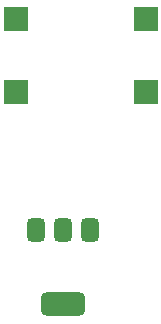
<source format=gbr>
%TF.GenerationSoftware,KiCad,Pcbnew,9.0.0*%
%TF.CreationDate,2025-03-19T20:29:17+00:00*%
%TF.ProjectId,gloves dryer,676c6f76-6573-4206-9472-7965722e6b69,rev?*%
%TF.SameCoordinates,Original*%
%TF.FileFunction,Paste,Top*%
%TF.FilePolarity,Positive*%
%FSLAX46Y46*%
G04 Gerber Fmt 4.6, Leading zero omitted, Abs format (unit mm)*
G04 Created by KiCad (PCBNEW 9.0.0) date 2025-03-19 20:29:17*
%MOMM*%
%LPD*%
G01*
G04 APERTURE LIST*
G04 Aperture macros list*
%AMRoundRect*
0 Rectangle with rounded corners*
0 $1 Rounding radius*
0 $2 $3 $4 $5 $6 $7 $8 $9 X,Y pos of 4 corners*
0 Add a 4 corners polygon primitive as box body*
4,1,4,$2,$3,$4,$5,$6,$7,$8,$9,$2,$3,0*
0 Add four circle primitives for the rounded corners*
1,1,$1+$1,$2,$3*
1,1,$1+$1,$4,$5*
1,1,$1+$1,$6,$7*
1,1,$1+$1,$8,$9*
0 Add four rect primitives between the rounded corners*
20,1,$1+$1,$2,$3,$4,$5,0*
20,1,$1+$1,$4,$5,$6,$7,0*
20,1,$1+$1,$6,$7,$8,$9,0*
20,1,$1+$1,$8,$9,$2,$3,0*%
G04 Aperture macros list end*
%ADD10R,2.000000X2.000000*%
%ADD11RoundRect,0.375000X-0.375000X0.625000X-0.375000X-0.625000X0.375000X-0.625000X0.375000X0.625000X0*%
%ADD12RoundRect,0.500000X-1.400000X0.500000X-1.400000X-0.500000X1.400000X-0.500000X1.400000X0.500000X0*%
G04 APERTURE END LIST*
D10*
%TO.C,J4*%
X163500000Y-61200000D03*
X163500000Y-55000000D03*
X174500000Y-61200000D03*
X174500000Y-55000000D03*
%TD*%
D11*
%TO.C,U2*%
X169800000Y-72850000D03*
X167500000Y-72850000D03*
D12*
X167500000Y-79150000D03*
D11*
X165200000Y-72850000D03*
%TD*%
M02*

</source>
